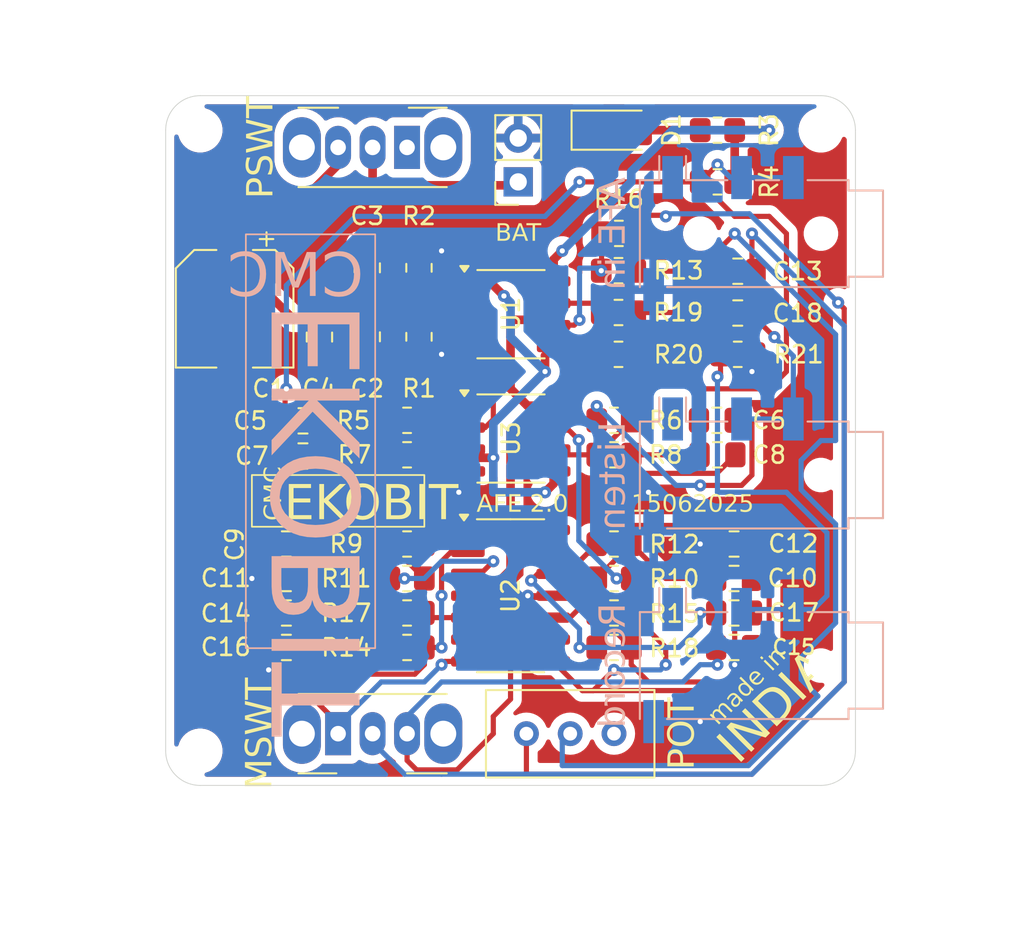
<source format=kicad_pcb>
(kicad_pcb (version 20240108) (generator "pcbnew") (generator_version "8.0")
  (title_block (title "PCB Design of CMC EKOBIT") (date "2025-06-13") (rev "1.0") (company "Shreenandan Sahu"))
  (layers (0 "F.Cu" signal) (31 "B.Cu" power) (34 "B.Paste" user) (35 "F.Paste" user) (36 "B.SilkS" user "B.Silkscreen") (37 "F.SilkS" user "F.Silkscreen") (38 "B.Mask" user) (39 "F.Mask" user) (44 "Edge.Cuts" user))
  (net 0 "")
  (net 1 "FSignal")
  (net 2 "GND")
  (net 3 "+5V")
  (net 4 "Net-(U2A-+)")
  (net 5 "Signal")
  (net 6 "Net-(C6-Pad2)")
  (net 7 "Net-(C8-Pad2)")
  (net 8 "Net-(C9-Pad2)")
  (net 9 "Heart")
  (net 10 "Net-(U3A--)")
  (net 11 "Net-(C10-Pad2)")
  (net 12 "Net-(C15-Pad2)")
  (net 13 "Lungs")
  (net 14 "Net-(U3B--)")
  (net 15 "Net-(D1-A)")
  (net 16 "switch")
  (net 17 "2.5V")
  (net 18 "Net-(SW1-B)")
  (net 21 "Net-(U1A-+)")
  (net 22 "Net-(C5-Pad2)")
  (net 23 "Net-(C7-Pad2)")
  (net 24 "Net-(U2A--)")
  (net 25 "Net-(U2C--)")
  (net 26 "Net-(U2C-+)")
  (net 27 "Net-(C13-Pad2)")
  (net 28 "Net-(C14-Pad2)")
  (net 29 "Net-(U2B-+)")
  (net 30 "Net-(U2D-+)")
  (net 31 "Net-(C18-Pad1)")
  (net 32 "Net-(J5-PadR1)")
  (net 35 "Net-(R10-Pad1)")
  (net 36 "Net-(U1B--)")
  (net 37 "Net-(R16-Pad2)")
  (footprint "Package_SO:SOIC-8_3.9x4.9mm_P1.27mm" (layer "F.Cu") (at 140.025 96.88375)
    (property "Reference" "U3")
    (property "Value" "NE5532")
  )
  (footprint "Resistor_SMD:R_0805_2012Metric_Pad1.20x1.40mm_HandSolder" (layer "F.Cu") (at 152 79 180)
    (property "Reference" "R3")
    (property "Value" "1K")
  )
  (footprint "Capacitor_SMD:C_0805_2012Metric_Pad1.18x1.45mm_HandSolder" (layer "F.Cu") (at 153.176708 87.179702 180)
    (property "Reference" "C13")
    (property "Value" "10uF")
  )
  (footprint "Button_Switch_THT:SW_Slide_SPDT_Angled_CK_OS102011MA1Q" (layer "F.Cu") (at 134 80 180)
    (property "Reference" "PSWT")
    (property "Value" "PSWT")
  )
  (footprint "Resistor_SMD:R_0805_2012Metric_Pad1.20x1.40mm_HandSolder" (layer "F.Cu") (at 152 82)
    (property "Reference" "R4")
    (property "Value" "1K")
  )
  (footprint "Resistor_SMD:R_0805_2012Metric_Pad1.20x1.40mm_HandSolder" (layer "F.Cu") (at 153.176708 92)
    (property "Reference" "R21")
    (property "Value" "10K")
  )
  (footprint "Resistor_SMD:R_0805_2012Metric_Pad1.20x1.40mm_HandSolder" (layer "F.Cu") (at 146.2602 92)
    (property "Reference" "R20")
    (property "Value" "10K")
  )
  (footprint "Capacitor_SMD:C_0805_2012Metric_Pad1.18x1.45mm_HandSolder" (layer "F.Cu") (at 128.916705 91 -90)
    (property "Reference" "C4")
    (property "Value" "100nF")
  )
  (footprint "Resistor_SMD:R_0805_2012Metric_Pad1.20x1.40mm_HandSolder" (layer "F.Cu") (at 134 107)
    (property "Reference" "R17")
    (property "Value" "1M")
  )
  (footprint "Resistor_SMD:R_0805_2012Metric_Pad1.20x1.40mm_HandSolder" (layer "F.Cu") (at 146 109 180)
    (property "Reference" "R18")
    (property "Value" "1M")
  )
  (footprint "Connector_PinSocket_2.54mm:PinSocket_1x02_P2.54mm_Vertical" (layer "F.Cu") (at 140.444205 82 180)
    (property "Reference" "BAT")
    (property "Value" "PWR")
  )
  (footprint "Capacitor_SMD:C_0805_2012Metric_Pad1.18x1.45mm_HandSolder" (layer "F.Cu") (at 127.9625 95.8575)
    (property "Reference" "C5")
    (property "Value" "100nF")
  )
  (footprint "Capacitor_SMD:C_0805_2012Metric_Pad1.18x1.45mm_HandSolder" (layer "F.Cu") (at 127.959904 97.897058 180)
    (property "Reference" "C7")
    (property "Value" "220pF")
  )
  (footprint "Button_Switch_THT:SW_Slide_SPDT_Angled_CK_OS102011MA1Q" (layer "F.Cu") (at 130 114)
    (property "Reference" "MSWT")
    (property "Value" "Op Mode")
  )
  (footprint "Capacitor_SMD:C_0805_2012Metric_Pad1.18x1.45mm_HandSolder" (layer "F.Cu") (at 131.689494 90.983425 90)
    (property "Reference" "C2")
    (property "Value" "100nF")
  )
  (footprint "Resistor_SMD:R_0805_2012Metric_Pad1.20x1.40mm_HandSolder" (layer "F.Cu") (at 134 103 180)
    (property "Reference" "R9")
    (property "Value" "1M")
  )
  (footprint "Resistor_SMD:R_0805_2012Metric_Pad1.20x1.40mm_HandSolder" (layer "F.Cu") (at 146 103 180)
    (property "Reference" "R12")
    (property "Value" "1M")
  )
  (footprint "Resistor_SMD:R_0805_2012Metric_Pad1.20x1.40mm_HandSolder" (layer "F.Cu") (at 134 97.8275)
    (property "Reference" "R7")
    (property "Value" "1M")
  )
  (footprint "Resistor_SMD:R_0805_2012Metric_Pad1.20x1.40mm_HandSolder" (layer "F.Cu") (at 134 105 180)
    (property "Reference" "R11")
    (property "Value" "1M")
  )
  (footprint "Potentiometer_THT:Potentiometer_Bourns_3296W_Vertical" (layer "F.Cu") (at 146 114)
    (property "Reference" "POT")
    (property "Value" "10K pot")
  )
  (footprint "Capacitor_SMD:C_0805_2012Metric_Pad1.18x1.45mm_HandSolder" (layer "F.Cu") (at 131.689494 86.983425 90)
    (property "Reference" "C3")
    (property "Value" "100nF")
  )
  (footprint "Package_SO:SOIC-14_3.9x8.7mm_P1.27mm" (layer "F.Cu") (at 140 106)
    (property "Reference" "U2")
    (property "Value" "TL074")
  )
  (footprint "Resistor_SMD:R_0805_2012Metric_Pad1.20x1.40mm_HandSolder" (layer "F.Cu") (at 134 95.8275)
    (property "Reference" "R5")
    (property "Value" "47K")
  )
  (footprint "MountingHole:MountingHole_2.1mm" (layer "F.Cu") (at 122 115)
    (property "Reference" "H4" (hide yes))
    (property "Value" "MountingHole" (hide yes))
  )
  (footprint "Capacitor_SMD:C_0805_2012Metric_Pad1.18x1.45mm_HandSolder" (layer "F.Cu") (at 127 105 180)
    (property "Reference" "C11")
    (property "Value" "220pF")
  )
  (footprint "Resistor_SMD:R_0805_2012Metric_Pad1.20x1.40mm_HandSolder" (layer "F.Cu") (at 146.281109 84.987783)
    (property "Reference" "R16")
    (property "Value" "20K")
  )
  (footprint "Resistor_SMD:R_0805_2012Metric_Pad1.20x1.40mm_HandSolder" (layer "F.Cu") (at 146 97.8275)
    (property "Reference" "R8")
    (property "Value" "1M")
  )
  (footprint "Capacitor_SMD:C_0805_2012Metric_Pad1.18x1.45mm_HandSolder" (layer "F.Cu") (at 152.9625 107)
    (property "Reference" "C17")
    (property "Value" "82pF")
  )
  (footprint "MountingHole:MountingHole_2.1mm" (layer "F.Cu") (at 122 79)
    (property "Reference" "H1" (hide yes))
    (property "Value" "MountingHole" (hide yes))
  )
  (footprint "Capacitor_SMD:C_0805_2012Metric_Pad1.18x1.45mm_HandSolder" (layer "F.Cu") (at 127 103)
    (property "Reference" "C9")
    (property "Value" "220pF")
  )
  (footprint "Capacitor_SMD:C_0805_2012Metric_Pad1.18x1.45mm_HandSolder" (layer "F.Cu") (at 152 97.8275 180)
    (property "Reference" "C8")
    (property "Value" "82pF")
  )
  (footprint "Capacitor_SMD:C_0805_2012Metric_Pad1.18x1.45mm_HandSolder" (layer "F.Cu") (at 153.176708 89.604851)
    (property "Reference" "C18")
    (property "Value" "10uF")
  )
  (footprint "MountingHole:MountingHole_2.1mm" (layer "F.Cu") (at 158 79)
    (property "Reference" "H2" (hide yes))
    (property "Value" "MountingHole" (hide yes))
  )
  (footprint "Resistor_SMD:R_0805_2012Metric_Pad1.20x1.40mm_HandSolder" (layer "F.Cu") (at 146 95.8275)
    (property "Reference" "R6")
    (property "Value" "47K")
  )
  (footprint "Resistor_SMD:R_0805_2012Metric_Pad1.20x1.40mm_HandSolder" (layer "F.Cu") (at 134.689494 90.983425 90)
    (property "Reference" "R1")
    (property "Value" "100K")
  )
  (footprint "Capacitor_SMD:C_0805_2012Metric_Pad1.18x1.45mm_HandSolder" (layer "F.Cu") (at 152.9625 103 180)
    (property "Reference" "C12")
    (property "Value" "82pF")
  )
  (footprint "Resistor_SMD:R_0805_2012Metric_Pad1.20x1.40mm_HandSolder" (layer "F.Cu") (at 146.2602 89.574851)
    (property "Reference" "R19")
    (property "Value" "100")
  )
  (footprint "Package_SO:SOIC-8_3.9x4.9mm_P1.27mm" (layer "F.Cu") (at 140.025 89.6725)
    (property "Reference" "U1")
    (property "Value" "NE5532")
  )
  (footprint "Resistor_SMD:R_0805_2012Metric_Pad1.20x1.40mm_HandSolder" (layer "F.Cu") (at 146 105 180)
    (property "Reference" "R10")
    (property "Value" "1M")
  )
  (footprint "LED_SMD:LED_1206_3216Metric_Pad1.42x1.75mm_HandSolder" (layer "F.Cu") (at 146 79)
    (property "Reference" "D1")
    (property "Value" "LED")
  )
  (footprint "Resistor_SMD:R_0805_2012Metric_Pad1.20x1.40mm_HandSolder" (layer "F.Cu") (at 146 107 180)
    (property "Reference" "R15")
    (property "Value" "1M")
  )
  (footprint "Capacitor_SMD:C_0805_2012Metric_Pad1.18x1.45mm_HandSolder" (layer "F.Cu") (at 152.9625 105 180)
    (property "Reference" "C10")
    (property "Value" "82pF")
  )
  (footprint "Resistor_SMD:R_0805_2012Metric_Pad1.20x1.40mm_HandSolder" (layer "F.Cu") (at 134 109)
    (property "Reference" "R14")
    (property "Value" "1M")
  )
  (footprint "Capacitor_SMD:C_0805_2012Metric_Pad1.18x1.45mm_HandSolder" (layer "F.Cu") (at 152.9625 109)
    (property "Reference" "C15")
    (property "Value" "82pF")
  )
  (footprint "Capacitor_SMD:CP_Elec_6.3x5.4" (layer "F.Cu") (at 124 89.358818 -90)
    (property "Reference" "C1")
    (property "Value" "47uF")
  )
  (footprint "Resistor_SMD:R_0805_2012Metric_Pad1.20x1.40mm_HandSolder" (layer "F.Cu") (at 134.689494 86.983425 90)
    (property "Reference" "R2")
    (property "Value" "100K")
  )
  (footprint "Capacitor_SMD:C_0805_2012Metric_Pad1.18x1.45mm_HandSolder" (layer "F.Cu") (at 151.9625 95.8275)
    (property "Reference" "C6")
    (property "Value" "47nF")
  )
  (footprint "Capacitor_SMD:C_0805_2012Metric_Pad1.18x1.45mm_HandSolder" (layer "F.Cu") (at 127 107)
    (property "Reference" "C14")
    (property "Value" "220pF")
  )
  (footprint "MountingHole:MountingHole_2.1mm" (layer "F.Cu") (at 158 115)
    (property "Reference" "H3" (hide yes))
    (property "Value" "MountingHole" (hide yes))
  )
  (footprint "Capacitor_SMD:C_0805_2012Metric_Pad1.18x1.45mm_HandSolder" (layer "F.Cu") (at 127 109 180)
    (property "Reference" "C16")
    (property "Value" "220pF")
  )
  (footprint "Resistor_SMD:R_0805_2012Metric_Pad1.20x1.40mm_HandSolder" (layer "F.Cu") (at 146.2602 87.149702 180)
    (property "Reference" "R13")
    (property "Value" "20K")
  )
  (footprint "Connector_Audio:Jack_3.5mm_PJ320D_Horizontal" (layer "B.Cu") (at 153.225 99 180)
    (property "Reference" "Listen")
    (property "Value" "HeadPhone")
  )
  (footprint "Connector_Audio:Jack_3.5mm_PJ320D_Horizontal" (layer "B.Cu") (at 153.225 110.05 180)
    (property "Reference" "Record")
    (property "Value" "Record")
  )
  (footprint "Connector_Audio:Jack_3.5mm_PJ320D_Horizontal" (layer "B.Cu") (at 153.225 85 180)
    (property "Reference" "AFE in")
    (property "Value" "AFE In")
  )
  (gr_rect (start 124.649999 85.041413) (end 132.149999 109.041413) (stroke (width 0.1)) (fill none) (layer "B.SilkS"))
  (gr_rect (start 125 99) (end 135 102) (stroke (width 0.1)) (fill none) (layer "F.SilkS"))
  (gr_arc (start 160 115) (mid 159.414214 116.414214) (end 158 117) (stroke (width 0.05)) (layer "Edge.Cuts"))
  (gr_arc (start 122 117) (mid 120.585786 116.414214) (end 120 115) (stroke (width 0.05)) (layer "Edge.Cuts"))
  (gr_arc (start 158 77) (mid 159.414214 77.585786) (end 160 79) (stroke (width 0.05)) (layer "Edge.Cuts"))
  (gr_arc (start 120 79) (mid 120.585786 77.585786) (end 122 77) (stroke (width 0.05)) (layer "Edge.Cuts"))
  (gr_line (start 120 79) (end 120 115) (stroke (width 0.05)) (layer "Edge.Cuts"))
  (gr_line (start 160 115) (end 160 79) (stroke (width 0.05)) (layer "Edge.Cuts"))
  (gr_line (start 122 117) (end 158 117) (stroke (width 0.05)) (layer "Edge.Cuts"))
  (gr_line (start 158 77) (end 122 77) (stroke (width 0.05)) (layer "Edge.Cuts"))
  (gr_text "CMC" (at 131.482344 89.041413 0) (layer "B.SilkS") (effects (font (size 2.5 2.5)) (justify left bottom mirror)))
  (gr_text "EKOBIT" (at 132.091606 88.885394 90) (layer "B.SilkS") (effects (font (size 5 5)) (justify left bottom mirror)))
  (gr_text "15062025" (at 147 101.3 0) (layer "F.SilkS") (effects (font (size 1 1) (thickness 0.15) (italic yes)) (justify left bottom)))
  (gr_text "INDIA" (at 153.422836 116.073515 45) (layer "F.SilkS") (effects (font (size 2 2)) (justify left bottom)))
  (gr_text "CMC" (at 126.864788 101.655544 90) (layer "F.SilkS") (effects (font (size 1 1)) (justify left bottom)))
  (gr_text "made in" (at 152.123508 113.674545 45) (layer "F.SilkS") (effects (font (size 1 1)) (justify left bottom)))
  (gr_text "EKOBIT" (at 126.865018 101.900243 0) (layer "F.SilkS") (effects (font (size 2 2)) (justify left bottom)))
  (gr_text "AFE 2.0" (at 138.028071 101.3 0) (layer "F.SilkS") (effects (font (size 1 1)) (justify left bottom)))
  (segment (start 146.444889 90.815311) (end 153.003748 90.815311) (width 0.3) (layer "F.Cu") (net 1))
  (segment (start 155.3 91) (end 154.214208 89.914208) (width 0.3) (layer "F.Cu") (net 1))
  (segment (start 154.214208 89.914208) (end 154.214208 89.604851) (width 0.3) (layer "F.Cu") (net 1))
  (segment (start 145.2602 92) (end 146.444889 90.815311) (width 0.3) (layer "F.Cu") (net 1))
  (segment (start 153.003748 90.815311) (end 154.214208 89.604851) (width 0.3) (layer "F.Cu") (net 1))
  (via (at 155.3 91) (size 0.7) (drill 0.3) (layers "F.Cu" "B.Cu") (net 1))
  (segment (start 156.4 92.1) (end 156.4 95.75) (width 0.3) (layer "B.Cu") (net 1))
  (segment (start 156.4 95.75) (end 153.4 95.75) (width 0.3) (layer "B.Cu") (net 1))
  (segment (start 155.3 91) (end 156.4 92.1) (width 0.3) (layer "B.Cu") (net 1))
  (segment (start 137.55 98.78875) (end 137.55 99.45) (width 0.3) (layer "F.Cu") (net 2))
  (segment (start 125.97102 110.3) (end 125.9625 110.29148) (width 0.3) (layer "F.Cu") (net 2))
  (segment (start 137.55 91.5775) (end 136.4225 91.5775) (width 0.3) (layer "F.Cu") (net 2))
  (segment (start 135.983425 85.983425) (end 136 86) (width 0.3) (layer "F.Cu") (net 2))
  (segment (start 125.9625 105) (end 125 105) (width 0.3) (layer "F.Cu") (net 2))
  (segment (start 136.4225 91.5775) (end 136 92) (width 0.3) (layer "F.Cu") (net 2))
  (segment (start 134.689494 85.983425) (end 135.983425 85.983425) (width 0.3) (layer "F.Cu") (net 2))
  (segment (start 153.4125 107) (end 153 107.4125) (width 0.3) (layer "F.Cu") (net 2))
  (segment (start 151.925 103) (end 152 103) (width 0.3) (layer "F.Cu") (net 2))
  (segment (start 153 107.4125) (end 153 110) (width 0.3) (layer "F.Cu") (net 2))
  (segment (start 152 103) (end 151 103) (width 0.3) (layer "F.Cu") (net 2))
  (segment (start 154 107) (end 153.4125 107) (width 0.3) (layer "F.Cu") (net 2))
  (segment (start 154.176708 92.823292) (end 154 93) (width 0.3) (layer "F.Cu") (net 2))
  (segment (start 125.9625 110.29148) (end 125.9625 109) (width 0.3) (layer "F.Cu") (net 2))
  (segment (start 137.55 99.45) (end 137 100) (width 0.3) (layer "F.Cu") (net 2))
  (segment (start 154.176708 92) (end 154.176708 92.823292) (width 0.3) (layer "F.Cu") (net 2))
  (segment (start 142.475 106) (end 141 106) (width 0.3) (layer "F.Cu") (net 2))
  (via (at 141 106) (size 0.7) (drill 0.3) (layers "F.Cu" "B.Cu") (net 2))
  (via (at 137 100) (size 0.7) (drill 0.3) (layers "F.Cu" "B.Cu") (net 2))
  (via (at 154 93) (size 0.7) (drill 0.3) (layers "F.Cu" "B.Cu") (net 2))
  (via (at 125.97102 110.3) (size 0.7) (drill 0.3) (layers "F.Cu" "B.Cu") (net 2))
  (via (at 151 103) (size 0.7) (drill 0.3) (layers "F.Cu" "B.Cu") (net 2))
  (via (at 136 86) (size 0.7) (drill 0.3) (layers "F.Cu" "B.Cu") (net 2))
  (via (at 148 100) (size 0.7) (drill 0.3) (layers "F.Cu" "B.Cu") (net 2))
  (via (at 136 92) (size 0.7) (drill 0.3) (layers "F.Cu" "B.Cu") (net 2))
  (via (at 125 105) (size 0.7) (drill 0.3) (layers "F.Cu" "B.Cu") (net 2))
  (via (at 151 113.3) (size 0.7) (drill 0.3) (layers "F.Cu" "B.Cu") (net 2))
  (via (at 153 110) (size 0.7) (drill 0.3) (layers "F.Cu" "B.Cu") (net 2))
  (segment (start 148.3 102.25) (end 148.3 100.3) (width 0.3) (layer "B.Cu") (net 2))
  (segment (start 148.3 100.3) (end 148 100) (width 0.3) (layer "B.Cu") (net 2))
  (segment (start 151 113.3) (end 148.3 113.3) (width 0.3) (layer "B.Cu") (net 2))
  (segment (start 142.5 87.7675) (end 142.5 86.5) (width 0.5) (layer "F.Cu") (net 3))
  (segment (start 141.525001 94.97875) (end 140 96.503751) (width 0.5) (layer "F.Cu") (net 3))
  (segment (start 141 90) (end 140 90) (width 0.5) (layer "F.Cu") (net 3))
  (segment (start 124.441182 86.558818) (end 124 86.558818) (width 0.5) (layer "F.Cu") (net 3))
  (segment (start 130 81) (end 124.441182 86.558818) (width 0.5) (layer "F.Cu") (net 3))
  (segment (start 142.5 94.97875) (end 140.97875 94.97875) (width 0.5) (layer "F.Cu") (net 3))
  (segment (start 128.916705 89.9625) (end 129.631069 89.9625) (width 0.5) (layer "F.Cu") (net 3))
  (segment (start 140 96.503751) (end 140 104.499999) (width 0.5) (layer "F.Cu") (net 3))
  (segment (start 153 79) (end 153 82) (width 0.5) (layer "F.Cu") (net 3))
  (segment (start 141.2325 87.7675) (end 141 88) (width 0.5) (layer "F.Cu") (net 3))
  (segment (start 127.403682 89.9625) (end 128.916705 89.9625) (width 0.5) (layer "F.Cu") (net 3))
  (segment (start 124 86.558818) (end 127.403682 89.9625) (width 0.5) (layer "F.Cu") (net 3))
  (segment (start 142.5 86.5) (end 143 86) (width 0.5) (layer "F.Cu") (net 3))
  (segment (start 135.706069 93) (end 134.689494 91.983425) (width 0.5) (layer "F.Cu") (net 3))
  (segment (start 129.631069 89.9625) (end 131.689494 92.020925) (width 0.5) (layer "F.Cu") (net 3))
  (segment (start 131.689494 92.020925) (end 134.651994 92.020925) (width 0.5) (layer "F.Cu") (net 3))
  (segment (start 142.5 94.97875) (end 141.525001 94.97875) (width 0.5) (layer "F.Cu") (net 3))
  (segment (start 134.651994 92.020925) (end 134.689494 91.983425) (width 0.5) (layer "F.Cu") (net 3))
  (segment (start 140.97875 94.97875) (end 140 94) (width 0.5) (layer "F.Cu") (net 3))
  (segment (start 140 104.499999) (end 138.499999 106) (width 0.5) (layer "F.Cu") (net 3))
  (segment (start 138.499999 106) (end 137.525 106) (width 0.5) (layer "F.Cu") (net 3))
  (segment (start 142.5 87.7675) (end 141.2325 87.7675) (width 0.5) (layer "F.Cu") (net 3))
  (segment (start 130 80) (end 130 81) (width 0.5) (layer "F.Cu") (net 3))
  (segment (start 140 90) (end 140 94) (width 0.5) (layer "F.Cu") (net 3))
  (segment (start 155 79) (end 153 79) (width 0.5) (layer "F.Cu") (net 3))
  (segment (start 139 93) (end 135.706069 93) (width 0.5) (layer "F.Cu") (net 3))
  (segment (start 140.97875 94.97875) (end 139 93) (width 0.5) (layer "F.Cu") (net 3))
  (segment (start 141 88) (end 141 90) (width 0.5) (layer "F.Cu") (net 3))
  (via (at 155 79) (size 0.7) (drill 0.3) (layers "F.Cu" "B.Cu") (net 3))
  (via (at 143 86) (size 0.7) (drill 0.3) (layers "F.Cu" "B.Cu") (net 3))
  (segment (start 143 86) (end 147 82) (width 0.5) (layer "B.Cu") (net 3))
  (segment (start 153 79) (end 155 79) (width 0.5) (layer "B.Cu") (net 3))
  (segment (start 149.4 79) (end 153 79) (width 0.5) (layer "B.Cu") (net 3))
  (segment (start 147 81.4) (end 149.4 79) (width 0.5) (layer "B.Cu") (net 3))
  (segment (start 147 82) (end 147 81.4) (width 0.5) (layer "B.Cu") (net 3))
  (segment (start 139 104) (end 138.27 104.73) (width 0.3) (layer "F.Cu") (net 4))
  (segment (start 133 105) (end 133.85 105) (width 0.3) (layer "F.Cu") (net 4))
  (segment (start 138.27 104.73) (end 137.525 104.73) (width 0.3) (layer "F.Cu") (net 4))
  (segment (start 133 105) (end 128.0375 105) (width 0.3) (layer "F.Cu") (net 4))
  (via (at 139 104) (size 0.7) (drill 0.3) (layers "F.Cu" "B.Cu") (net 4))
  (via (at 133.85 105) (size 0.7) (drill 0.3) (layers "F.Cu" "B.Cu") (net 4))
  (segment (start 135 105) (end 136 104) (width 0.3) (layer "B.Cu") (net 4))
  (segment (start 136 104) (end 139 104) (width 0.3) (layer "B.Cu") (net 4))
  (segment (start 133.85 105) (end 135 105) (width 0.3) (layer "B.Cu") (net 4))
  (segment (start 151 82) (end 144 82) (width 0.3) (layer "F.Cu") (net 5))
  (segment (start 156 85) (end 156 93) (width 0.3) (layer "F.Cu") (net 5))
  (segment (start 155 94) (end 151 94) (width 0.3) (layer "F.Cu") (net 5))
  (segment (start 152 81) (end 151 82) (width 0.3) (layer "F.Cu") (net 5))
  (segment (start 155 84) (end 156 85) (width 0.3) (layer "F.Cu") (net 5))
  (segment (start 151 82) (end 153 84) (width 0.3) (layer "F.Cu") (net 5))
  (segment (start 151 94) (end 151 95.7525) (width 0.3) (layer "F.Cu") (net 5))
  (segment (start 127 95.7825) (end 126.925 95.8575) (width 0.3) (layer "F.Cu") (net 5))
  (segment (start 156 93) (end 155 94) (width 0.3) (layer "F.Cu") (net 5))
  (segment (start 126.925 94.075) (end 127 94) (width 0.3) (layer "F.Cu") (net 5))
  (segment (start 126.925 95.8575) (end 126.925 94.075) (width 0.3) (layer "F.Cu") (net 5))
  (segment (start 153 84) (end 155 84) (width 0.3) (layer "F.Cu") (net 5))
  (via (at 152 81) (size 0.7) (drill 0.3) (layers "F.Cu" "B.Cu") (net 5))
  (via (at 127 94) (size 0.7) (drill 0.3) (layers "F.Cu" "B.Cu") (net 5))
  (via (at 144 82) (size 0.7) (drill 0.3) (layers "F.Cu" "B.Cu") (net 5))
  (segment (start 153.4 81.75) (end 152.75 81.75) (width 0.3) (layer "B.Cu") (net 5))
  (segment (start 144 82) (end 142 84) (width 0.3) (layer "B.Cu") (net 5))
  (segment (start 142 84) (end 131 84) (width 0.3) (layer "B.Cu") (net 5))
  (segment (start 131 84) (end 127 88) (width 0.3) (layer "B.Cu") (net 5))
  (segment (start 153.4 81.75) (end 156.4 81.75) (width 0.3) (layer "B.Cu") (net 5))
  (segment (start 127 88) (end 127 94) (width 0.3) (layer "B.Cu") (net 5))
  (segment (start 152.75 81.75) (end 152 81) (width 0.3) (layer "B.Cu") (net 5))
  (segment (start 154 96) (end 153.1725 96) (width 0.3) (layer "F.Cu") (net 6))
  (segment (start 145 95.8275) (end 145 95) (width 0.3) (layer "F.Cu") (net 6))
  (segment (start 154 99) (end 154 96) (width 0.3) (layer "F.Cu") (net 6))
  (segment (start 151 99.6025) (end 153.3975 99.6025) (width 0.3) (layer "F.Cu") (net 6))
  (segment (start 153.3975 99.6025) (end 154 99) (width 0.3) (layer "F.Cu") (net 6))
  (segment (start 153.1725 96) (end 153 95.8275) (width 0.3) (layer "F.Cu") (net 6))
  (via (at 145 95) (size 0.7) (drill 0.3) (layers "F.Cu" "B.Cu") (net 6))
  (via (at 151 99.6025) (size 0.7) (drill 0.3) (layers "F.Cu" "B.Cu") (net 6))
  (segment (start 145 95) (end 149.6025 99.6025) (width 0.3) (layer "B.Cu") (net 6))
  (segment (start 149.6025 99.6025) (end 151 99.6025) (width 0.3) (layer "B.Cu") (net 6))
  (segment (start 150.9625 97.8275) (end 147 97.8275) (width 0.3) (layer "F.Cu") (net 7))
  (segment (start 133 103) (end 135 105) (width 0.3) (layer "F.Cu") (net 8))
  (segment (start 128.0375 103) (end 133 103) (width 0.3) (layer "F.Cu") (net 8))
  (segment (start 127.60061 111) (end 130 113.39939) (width 0.3) (layer "F.Cu") (net 9))
  (segment (start 125 111) (end 127.60061 111) (width 0.3) (layer "F.Cu") (net 9))
  (segment (start 137.525 109.81) (end 136.19 109.81) (width 0.3) (layer "F.Cu") (net 9))
  (segment (start 125.9625 107) (end 125 107) (width 0.3) (layer "F.Cu") (net 9))
  (segment (start 136.19 109.81) (end 136 110) (width 0.3) (layer "F.Cu") (net 9))
  (segment (start 137.525 108.54) (end 137.525 109.81) (width 0.3) (layer "F.Cu") (net 9))
  (segment (start 130 113.39939) (end 130 114) (width 0.3) (layer "F.Cu") (net 9))
  (segment (start 125 107) (end 125 111) (width 0.3) (layer "F.Cu") (net 9))
  (via (at 136 110) (size 0.7) (drill 0.3) (layers "F.Cu" "B.Cu") (net 9))
  (segment (start 130 113.5) (end 130 114) (width 0.3) (layer "B.Cu") (net 9))
  (segment (start 132.5 111) (end 130 113.5) (width 0.3) (layer "B.Cu") (net 9))
  (segment (start 136 110) (end 135 111) (width 0.3) (layer "B.Cu") (net 9))
  (segment (start 135 111) (end 132.5 111) (width 0.3) (layer "B.Cu") (net 9))
  (segment (start 139 94.742488) (end 138.257512 94) (width 0.3) (layer "F.Cu") (net 10))
  (segment (start 138.524999 96.24875) (end 139 95.773749) (width 0.3) (layer "F.Cu") (net 10))
  (segment (start 138.257512 94) (end 136.8275 94) (width 0.3) (layer "F.Cu") (net 10))
  (segment (start 137.55 96.24875) (end 138.524999 96.24875) (width 0.3) (layer "F.Cu") (net 10))
  (segment (start 128.997404 97.897058) (end 129.096962 97.7975) (width 0.3) (layer "F.Cu") (net 10))
  (segment (start 133 97.8275) (end 135 95.8275) (width 0.3) (layer "F.Cu") (net 10))
  (segment (start 139 95.773749) (end 139 94.742488) (width 0.3) (layer "F.Cu") (net 10))
  (segment (start 129.096962 97.7975) (end 132.97 97.7975) (width 0.3) (layer "F.Cu") (net 10))
  (segment (start 132.97 97.7975) (end 133 97.8275) (width 0.3) (layer "F.Cu") (net 10))
  (segment (start 136.8275 94) (end 135 95.8275) (width 0.3) (layer "F.Cu") (net 10))
  (segment (start 145 105) (end 147 103) (width 0.3) (layer "F.Cu") (net 11))
  (segment (start 149 105) (end 151.925 105) (width 0.3) (layer "F.Cu") (net 11))
  (segment (start 147 103) (end 149 105) (width 0.3) (layer "F.Cu") (net 11))
  (segment (start 154 109) (end 154 110) (width 0.3) (layer "F.Cu") (net 12))
  (segment (start 147 110) (end 147 109) (width 0.3) (layer "F.Cu") (net 12))
  (segment (start 148 111) (end 147 110) (width 0.3) (layer "F.Cu") (net 12))
  (segment (start 154 110) (end 153 111) (width 0.3) (layer "F.Cu") (net 12))
  (segment (start 153 111) (end 148 111) (width 0.3) (layer "F.Cu") (net 12))
  (segment (start 147 109) (end 145 107) (width 0.3) (layer "F.Cu") (net 12))
  (segment (start 139 114) (end 136.9 116.1) (width 0.3) (layer "F.Cu") (net 13))
  (segment (start 140 112) (end 139 113) (width 0.3) (layer "F.Cu") (net 13))
  (segment (start 140.6 104.748527) (end 140 105.348527) (width 0.3) (layer "F.Cu") (net 13))
  (segment (start 151.925 109) (end 151.925 109.925) (width 0.3) (layer "F.Cu") (net 13))
  (segment (start 142.475 102.19) (end 142.475 103.46) (width 0.3) (layer "F.Cu") (net 13))
  (segment (start 134.55 116.1) (end 134 115.55) (width 0.3) (layer "F.Cu") (net 13))
  (segment (start 139 113) (end 139 114) (width 0.3) (layer "F.Cu") (net 13))
  (segment (start 142.475 103.46) (end 141.500001 103.46) (width 0.3) (layer "F.Cu") (net 13))
  (segment (start 136.9 116.1) (end 134.55 116.1) (width 0.3) (layer "F.Cu") (net 13))
  (segment (start 140 105.348527) (end 140 112) (width 0.3) (layer "F.Cu") (net 13))
  (segment (start 151.925 109.925) (end 152 110) (width 0.3) (layer "F.Cu") (net 13))
  (segment (start 140.6 104.360001) (end 140.6 104.748527) (width 0.3) (layer "F.Cu") (net 13))
  (segment (start 134 115.55) (end 134 114) (width 0.3) (layer "F.Cu") (net 13))
  (segment (start 141.500001 103.46) (end 140.6 104.360001) (width 0.3) (layer "F.Cu") (net 13))
  (via (at 152 110) (size 0.7) (drill 0.3) (layers "F.Cu" "B.Cu") (net 13))
  (segment (start 136 111) (end 134 113) (width 0.3) (layer "B.Cu") (net 13))
  (segment (start 134 113) (end 134 114) (width 0.3) (layer "B.Cu") (net 13))
  (segment (start 150 111) (end 136 111) (width 0.3) (layer "B.Cu") (net 13))
  (segment (start 151 110) (end 150 111) (width 0.3) (layer "B.Cu") (net 13))
  (segment (start 152 110) (end 151 110) (width 0.3) (layer "B.Cu") (net 13))
  (segment (start 145 97.8275) (end 146.075 98.9025) (width 0.3) (layer "F.Cu") (net 14))
  (segment (start 142.80875 97.8275) (end 145 97.8275) (width 0.3) (layer "F.Cu") (net 14))
  (segment (start 147 95.8275) (end 145 97.8275) (width 0.3) (layer "F.Cu") (net 14))
  (segment (start 142.5 97.51875) (end 142.80875 97.8275) (width 0.3) (layer "F.Cu") (net 14))
  (segment (start 151.9625 98.9025) (end 153.0375 97.8275) (width 0.3) (layer "F.Cu") (net 14))
  (segment (start 146.075 98.9025) (end 151.9625 98.9025) (width 0.3) (layer "F.Cu") (net 14))
  (segment (start 147.4875 79) (end 151 79) (width 0.5) (layer "F.Cu") (net 15))
  (segment (start 140.444205 82) (end 140.244205 82.2) (width 0.5) (layer "F.Cu") (net 16))
  (segment (start 132.2 82.2) (end 132 82) (width 0.5) (layer "F.Cu") (net 16))
  (segment (start 132 82) (end 132 80) (width 0.5) (layer "F.Cu") (net 16))
  (segment (start 140.244205 82.2) (end 132.2 82.2) (width 0.5) (layer "F.Cu") (net 16))
  (segment (start 138.03125 98) (end 137.55 97.51875) (width 0.5) (layer "F.Cu") (net 17))
  (segment (start 142.5 98.78875) (end 142.5 99.5) (width 0.5) (layer "F.Cu") (net 17))
  (segment (start 142 93) (end 142 92.0775) (width 0.5) (layer "F.Cu") (net 17))
  (segment (start 142.5 99.5) (end 142 100) (width 0.5) (layer "F.Cu") (net 17))
  (segment (start 138.767502 87.7675) (end 139.615921 88.615919) (width 0.5) (layer "F.Cu") (net 17))
  (segment (start 142 92.0775) (end 142.5 91.5775) (width 0.5) (layer "F.Cu") (net 17))
  (segment (start 139 98) (end 138.03125 98) (width 0.5) (layer "F.Cu") (net 17))
  (segment (start 137.55 87.7675) (end 137.55 89.0375) (width 0.5) (layer "F.Cu") (net 17))
  (segment (start 137.55 87.7675) (end 138.767502 87.7675) (width 0.5) (layer "F.Cu") (net 17))
  (via (at 139.615921 88.615919) (size 0.7) (drill 0.3) (layers "F.Cu" "B.Cu") (net 17))
  (via (at 142 93) (size 0.7) (drill 0.3) (layers "F.Cu" "B.Cu") (net 17))
  (via (at 139 98) (size 0.7) (drill 0.3) (layers "F.Cu" "B.Cu") (net 17))
  (via (at 142 100) (size 0.7) (drill 0.3) (layers "F.Cu" "B.Cu") (net 17))
  (segment (start 140 91) (end 140 89) (width 0.5) (layer "B.Cu") (net 17))
  (segment (start 139.615921 88.615921) (end 139.615921 88.615919) (width 0.5) (layer "B.Cu") (net 17))
  (segment (start 139 100) (end 139 98) (width 0.5) (layer "B.Cu") (net 17))
  (segment (start 142 100) (end 139 100) (width 0.5) (layer "B.Cu") (net 17))
  (segment (start 140 89) (end 139.615921 88.615921) (width 0.5) (layer "B.Cu") (net 17))
  (segment (start 139 96) (end 142 93) (width 0.5) (layer "B.Cu") (net 17))
  (segment (start 142 93) (end 140 91) (width 0.5) (layer "B.Cu") (net 17))
  (segment (start 139 98) (end 139 96) (width 0.5) (layer "B.Cu") (net 17))
  (segment (start 154 85) (end 154 86.965494) (width 0.3) (layer "F.Cu") (net 18))
  (segment (start 154 86.965494) (end 154.214208 87.179702) (width 0.3) (layer "F.Cu") (net 18))
  (via (at 154 85) (size 0.7) (drill 0.3) (layers "F.Cu" "B.Cu") (net 18))
  (segment (start 133.85 116.35) (end 136 116.35) (width 0.3) (layer "B.Cu") (net 18))
  (segment (start 159 90) (end 154 85) (width 0.3) (layer "B.Cu") (net 18))
  (segment (start 159.35 111) (end 159.35 90.35) (width 0.3) (layer "B.Cu") (net 18))
  (segment (start 154 116.35) (end 159.35 111) (width 0.3) (layer "B.Cu") (net 18))
  (segment (start 136 116.35) (end 154 116.35) (width 0.3) (layer "B.Cu") (net 18))
  (segment (start 159.35 90.35) (end 159 90) (width 0.3) (layer "B.Cu") (net 18))
  (segment (start 132 114) (end 132 114.5) (width 0.3) (layer "B.Cu") (net 18))
  (segment (start 132 114.5) (end 133.85 116.35) (width 0.3) (layer "B.Cu") (net 18))
  (segment (start 131.689494 88.020925) (end 134.651994 88.020925) (width 0.3) (layer "F.Cu") (net 21))
  (segment (start 134.689494 87.983425) (end 134.689494 89.983425) (width 0.3) (layer "F.Cu") (net 21))
  (segment (start 135.013569 90.3075) (end 134.689494 89.983425) (width 0.3) (layer "F.Cu") (net 21))
  (segment (start 137.55 90.3075) (end 135.013569 90.3075) (width 0.3) (layer "F.Cu") (net 21))
  (segment (start 131.726994 89.983425) (end 131.689494 89.945925) (width 0.3) (layer "F.Cu") (net 21))
  (segment (start 131.689494 88.020925) (end 131.689494 89.945925) (width 0.3) (layer "F.Cu") (net 21))
  (segment (start 134.651994 88.020925) (end 134.689494 87.983425) (width 0.3) (layer "F.Cu") (net 21))
  (segment (start 134.689494 89.983425) (end 131.726994 89.983425) (width 0.3) (layer "F.Cu") (net 21))
  (segment (start 132.97 95.8575) (end 133 95.8275) (width 0.3) (layer "F.Cu") (net 22))
  (segment (start 129 95.8575) (end 132.97 95.8575) (width 0.3) (layer "F.Cu") (net 22))
  (segment (start 135 97.8275) (end 135 103) (width 0.3) (layer "F.Cu") (net 23))
  (segment (start 136 96.8275) (end 135 97.8275) (width 0.3) (layer "F.Cu") (net 23))
  (segment (start 133.8275 99) (end 135 97.8275) (width 0.3) (layer "F.Cu") (net 23))
  (segment (start 136 95.553751) (end 136 96.8275) (width 0.3) (layer "F.Cu") (net 23))
  (segment (start 136.575001 94.97875) (end 136 95.553751) (width 0.3) (layer "F.Cu") (net 23))
  (segment (start 126.925 97.7975) (end 128.1275 99) (width 0.3) (layer "F.Cu") (net 23))
  (segment (start 128.1275 99) (end 133.8275 99) (width 0.3) (layer "F.Cu") (net 23))
  (segment (start 137.55 94.97875) (end 136.575001 94.97875) (width 0.3) (layer "F.Cu") (net 23))
  (segment (start 135 109) (end 136 109) (width 0.3) (layer "F.Cu") (net 24))
  (segment (start 125.9625 103) (end 127.1 104.1375) (width 0.3) (layer "F.Cu") (net 24))
  (segment (start 134.45 110.55) (end 135 110) (width 0.3) (layer "F.Cu") (net 24))
  (segment (start 137.525 102.19) (end 137.525 103.46) (width 0.3) (layer "F.Cu") (net 24))
  (segment (start 127.919544 110.55) (end 134.45 110.55) (width 0.3) (layer "F.Cu") (net 24))
  (segment (start 136.550001 103.46) (end 137.525 103.46) (width 0.3) (layer "F.Cu") (net 24))
  (segment (start 136 106) (end 136 104.010001) (width 0.3) (layer "F.Cu") (net 24))
  (segment (start 127.1 104.1375) (end 127.1 109.730456) (width 0.3) (layer "F.Cu") (net 24))
  (segment (start 135 110) (end 135 109) (width 0.3) (layer "F.Cu") (net 24))
  (segment (start 127.1 109.730456) (end 127.919544 110.55) (width 0.3) (layer "F.Cu") (net 24))
  (segment (start 136 104.010001) (end 136.550001 103.46) (width 0.3) (layer "F.Cu") (net 24))
  (via (at 136 106) (size 0.7) (drill 0.3) (layers "F.Cu" "B.Cu") (net 24))
  (via (at 136 109) (size 0.7) (drill 0.3) (layers "F.Cu" "B.Cu") (net 24))
  (segment (start 136 109) (end 136 106) (width 0.3) (layer "B.Cu") (net 24))
  (segment (start 147 107) (end 149 109) (width 0.3) (layer "F.Cu") (net 25))
  (segment (start 144.8 111.5) (end 144.165 111.5) (width 0.3) (layer "F.Cu") (net 25))
  (segment (start 144.165 111.5) (end 153.5 111.5) (width 0.3) (layer "F.Cu") (net 25))
  (segment (start 149 109) (end 149 110) (width 0.3) (layer "F.Cu") (net 25))
  (segment (start 155 105) (end 154 105) (width 0.3) (layer "F.Cu") (net 25))
  (segment (start 142.475 109.81) (end 142.475 108.54) (width 0.3) (layer "F.Cu") (net 25))
  (segment (start 155 110) (end 155 105) (width 0.3) (layer "F.Cu") (net 25))
  (segment (start 153.5 111.5) (end 155 110) (width 0.3) (layer "F.Cu") (net 25))
  (segment (start 142.475 109.81) (end 144.165 111.5) (width 0.3) (layer "F.Cu") (net 25))
  (segment (start 146 110.3) (end 144.8 111.5) (width 0.3) (layer "F.Cu") (net 25))
  (via (at 146 110.3) (size 0.7) (drill 0.3) (layers "F.Cu" "B.Cu") (net 25))
  (via (at 149 110) (size 0.7) (drill 0.3) (layers "F.Cu" "B.Cu") (net 25))
  (segment (start 149 110) (end 148.7 110.3) (width 0.3) (layer "B.Cu") (net 25))
  (segment (start 148.7 110.3) (end 146 110.3) (width 0.3) (layer "B.Cu") (net 25))
  (segment (start 142.475 107.27) (end 143.449999 107.27) (width 0.3) (layer "F.Cu") (net 26))
  (segment (start 154 103) (end 152.925 101.925) (width 0.3) (layer "F.Cu") (net 26))
  (segment (start 144 104) (end 145 103) (width 0.3) (layer "F.Cu") (net 26))
  (segment (start 144 106.719999) (end 144 104) (width 0.3) (layer "F.Cu") (net 26))
  (segment (start 146.075 101.925) (end 145 103) (width 0.3) (layer "F.Cu") (net 26))
  (segment (start 152.925 101.925) (end 146.075 101.925) (width 0.3) (layer "F.Cu") (net 26))
  (segment (start 143.449999 107.27) (end 144 106.719999) (width 0.3) (layer "F.Cu") (net 26))
  (segment (start 152.139208 85.860792) (end 153 85) (width 0.3) (layer "F.Cu") (net 27))
  (segment (start 147.8902 87.179702) (end 152.139208 87.179702) (width 0.3) (layer "F.Cu") (net 27))
  (segment (start 147.2602 87.149702) (end 147.8602 87.149702) (width 0.3) (layer "F.Cu") (net 27))
  (segment (start 147.8602 87.149702) (end 147.8902 87.179702) (width 0.3) (layer "F.Cu") (net 27))
  (segment (start 152.139208 87.179702) (end 152.139208 85.860792) (width 0.3) (layer "F.Cu") (net 27))
  (via (at 153 85) (size 0.7) (drill 0.3) (layers "F.Cu" "B.Cu") (net 27))
  (segment (start 143 115.85) (end 143 114.46) (width 0.3) (layer "B.Cu") (net 27))
  (segment (start 156.85 99.85) (end 158.85 101.85) (width 0.3) (layer "B.Cu") (net 27))
  (segment (start 158 97) (end 156.85 98.15) (width 0.3) (layer "B.Cu") (net 27))
  (segment (start 143 114.46) (end 143.46 114) (width 0.3) (layer "B.Cu") (net 27))
  (segment (start 153.792894 115.85) (end 143 115.85) (width 0.3) (layer "B.Cu") (net 27))
  (segment (start 158.85 97) (end 158 97) (width 0.3) (layer "B.Cu") (net 27))
  (segment (start 156.85 109.573654) (end 156.85 110.85) (width 0.3) (layer "B.Cu") (net 27))
  (segment (start 158.85 90.85) (end 158.85 97) (width 0.3) (layer "B.Cu") (net 27))
  (segment (start 156.85 98.15) (end 156.85 99.85) (width 0.3) (layer "B.Cu") (net 27))
  (segment (start 158.85 107.573654) (end 156.85 109.573654) (width 0.3) (layer "B.Cu") (net 27))
  (segment (start 157.821447 111.821447) (end 153.792894 115.85) (width 0.3) (layer "B.Cu") (net 27))
  (segment (start 153 85) (end 158.85 90.85) (width 0.3) (layer "B.Cu") (net 27))
  (segment (start 156.85 110.85) (end 157.821447 111.821447) (width 0.3) (layer "B.Cu") (net 27))
  (segment (start 158.85 101.85) (end 158.85 107.573654) (width 0.3) (layer "B.Cu") (net 27))
  (segment (start 128.0375 107) (end 133 107) (width 0.3) (layer "F.Cu") (net 28))
  (segment (start 133 109) (end 133 107) (width 0.3) (layer "F.Cu") (net 28))
  (segment (start 137.525 107.27) (end 135.27 107.27) (width 0.3) (layer "F.Cu") (net 29))
  (segment (start 133.95 109.705456) (end 133.95 108.05) (width 0.3) (layer "F.Cu") (net 29))
  (segment (start 129.0875 110.05) (end 133.605456 110.05) (width 0.3) (layer "F.Cu") (net 29))
  (segment (start 135.27 107.27) (end 135 107) (width 0.3) (layer "F.Cu") (net 29))
  (segment (start 133.605456 110.05) (end 133.95 109.705456) (width 0.3) (layer "F.Cu") (net 29))
  (segment (start 133.95 108.05) (end 135 107) (width 0.3) (layer "F.Cu") (net 29))
  (segment (start 128.0375 109) (end 129.0875 110.05) (width 0.3) (layer "F.Cu") (net 29))
  (segment (start 151 107) (end 151.925 107) (width 0.3) (layer "F.Cu") (net 30))
  (segment (start 141.583632 104.73) (end 141.192749 105.120883) (width 0.3) (layer "F.Cu") (net 30))
  (segment (start 144 109) (end 145 109) (width 0.3) (layer "F.Cu") (net 30))
  (segment (start 142.475 104.73) (end 141.583632 104.73) (width 0.3) (layer "F.Cu") (net 30))
  (via (at 151 107) (size 0.7) (drill 0.3) (layers "F.Cu" "B.Cu") (net 30))
  (via (at 144 109) (size 0.7) (drill 0.3) (layers "F.Cu" "B.Cu") (net 30))
  (via (at 141.192749 105.120883) (size 0.7) (drill 0.3) (layers "F.Cu" "B.Cu") (net 30))
  (segment (start 144 109) (end 149.75 109) (width 0.3) (layer "B.Cu") (net 30))
  (segment (start 149.75 109) (end 151 107.75) (width 0.3) (layer "B.Cu") (net 30))
  (segment (start 141.192749 105.120883) (end 144 107.928134) (width 0.3) (layer "B.Cu") (net 30))
  (segment (start 144 107.928134) (end 144 109) (width 0.3) (layer "B.Cu") (net 30))
  (segment (start 151 107.75) (end 151 107) (width 0.3) (layer "B.Cu") (net 30))
  (segment (start 147.2602 89.574851) (end 152.109208 89.574851) (width 0.3) (layer "F.Cu") (net 31))
  (segment (start 152.109208 89.574851) (end 152.139208 89.604851) (width 0.3) (layer "F.Cu") (net 31))
  (segment (start 147.2602 92) (end 152.176708 92) (width 0.3) (layer "F.Cu") (net 32))
  (segment (start 152.176708 93.123292) (end 152.176708 92) (width 0.3) (layer "F.Cu") (net 32))
  (segment (start 152 93.3) (end 152.176708 93.123292) (width 0.3) (layer "F.Cu") (net 32))
  (via (at 152 93.3) (size 0.7) (drill 0.3) (layers "F.Cu" "B.Cu") (net 32))
  (segment (start 157.55 106.8) (end 156.4 106.8) (width 0.3) (layer "B.Cu") (net 32))
  (segment (start 152 100) (end 156 100) (width 0.3) (layer "B.Cu") (net 32))
  (segment (start 152 93.3) (end 152 100) (width 0.3) (layer "B.Cu") (net 32))
  (segment (start 156.4 106.8) (end 153.4 106.8) (width 0.3) (layer "B.Cu") (net 32))
  (segment (start 158.35 102.35) (end 158.35 106) (width 0.3) (layer "B.Cu") (net 32))
  (segment (start 156 100) (end 158.35 102.35) (width 0.3) (layer "B.Cu") (net 32))
  (segment (start 158.35 106) (end 157.55 106.8) (width 0.3) (layer "B.Cu") (net 32))
  (segment (start 143.958716 96.972117) (end 143.235349 96.24875) (width 0.3) (layer "F.Cu") (net 35))
  (segment (start 143.235349 96.24875) (end 142.5 96.24875) (width 0.3) (layer "F.Cu") (net 35))
  (segment (start 147 105) (end 146.15 105) (width 0.3) (layer "F.Cu") (net 35))
  (via (at 143.958716 96.972117) (size 0.7) (drill 0.3) (layers "F.Cu" "B.Cu") (net 35))
  (via (at 146.15 105) (size 0.7) (drill 0.3) (layers "F.Cu" "B.Cu") (net 35))
  (segment (start 143.958716 102.808716) (end 143.958716 96.972117) (width 0.3) (layer "B.Cu") (net 35))
  (segment (start 146.15 105) (end 143.958716 102.808716) (width 0.3) (layer "B.Cu") (net 35))
  (segment (start 141 116.35) (end 140.92 116.27) (width 0.3) (layer "F.Cu") (net 36))
  (segment (start 146.331109 83.937783) (end 148.937783 83.937783) (width 0.3) (layer "F.Cu") (net 36))
  (segment (start 159.35 111) (end 154 116.35) (width 0.3) (layer "F.Cu") (net 36))
  (segment (start 145.281109 87.128793) (end 145.2602 87.149702) (width 0.3) (layer "F.Cu") (net 36))
  (segment (start 145.281109 84.987783) (end 145.281109 87.128793) (width 0.3) (layer "F.Cu") (net 36))
  (segment (start 159 89) (end 159.35 89.35) (width 0.3) (layer "F.Cu") (net 36))
  (segment (start 159.35 89.35) (end 159.35 111) (width 0.3) (layer "F.Cu") (net 36))
  (segment (start 143.6925 90.3075) (end 144 90) (width 0.3) (layer "F.Cu") (net 36))
  (segment (start 148.937783 83.937783) (end 149 84) (width 0.3) (layer "F.Cu") (net 36))
  (segment (start 142.5 90.3075) (end 143.6925 90.3075) (width 0.3) (layer "F.Cu") (net 36))
  (segment (start 140.92 116.27) (end 140.92 114) (width 0.3) (layer "F.Cu") (net 36))
  (segment (start 145.281109 84.987783) (end 146.331109 83.937783) (width 0.3) (layer "F.Cu") (net 36))
  (segment (start 154 116.35) (end 141 116.35) (width 0.3) (layer "F.Cu") (net 36))
  (via (at 149 84) (size 0.7) (drill 0.3) (layers "F.Cu" "B.Cu") (net 36))
  (via (at 159 89) (size 0.7) (drill 0.3) (layers "F.Cu" "B.Cu") (net 36))
  (via (at 145.2602 87.149702) (size 0.7) (drill 0.3) (layers "F.Cu" "B.Cu") (net 36))
  (via (at 144 90) (size 0.7) (drill 0.3) (layers "F.Cu" "B.Cu") (net 36))
  (segment (start 145.110498 87) (end 145.2602 87.149702) (width 0.3) (layer "B.Cu") (net 36))
  (segment (start 153.85 83.85) (end 159 89) (width 0.3) (layer "B.Cu") (net 36))
  (segment (start 149.15 83.85) (end 153.85 83.85) (width 0.3) (layer "B.Cu") (net 36))
  (segment (start 144 87) (end 145.110498 87) (width 0.3) (layer "B.Cu") (net 36))
  (segment (start 144 90) (end 144 87) (width 0.3) (layer "B.Cu") (net 36))
  (segment (start 149 84) (end 149.15 83.85) (width 0.3) (layer "B.Cu") (net 36))
  (segment (start 146.3102 85.958692) (end 146.3102 88.524851) (width 0.3) (layer "F.Cu") (net 37))
  (segment (start 142.5 89.0375) (end 144.722849 89.0375) (width 0.3) (layer "F.Cu") (net 37))
  (segment (start 147.281109 84.987783) (end 146.3102 85.958692) (width 0.3) (layer "F.Cu") (net 37))
  (segment (start 144.722849 89.0375) (end 145.2602 89.574851) (width 0.3) (layer "F.Cu") (net 37))
  (segment (start 146.3102 88.524851) (end 145.2602 89.574851) (width 0.3) (layer "F.Cu") (net 37))
  (zone (net 2) (net_name "GND") (layer "F.Cu") (priority 1) (connect_pads (clearance 0.5)) (min_thickness 0.25) (fill yes (thermal_gap 0.5) (thermal_bridge_width 0.5))
    (polygon (pts (xy 157 77) (xy 160 80) (xy 160 114) (xy 156 117) (xy 122 117) (xy 120 114) (xy 120 79) (xy 122 76.9)))
  )
  (zone (net 2) (net_name "GND") (layer "B.Cu") (connect_pads (clearance 0.5)) (min_thickness 0.25) (fill yes (thermal_gap 0.5) (thermal_bridge_width 0.5))
    (polygon (pts (xy 120 79) (xy 122 77) (xy 158 77) (xy 160.1 79) (xy 160 114) (xy 156 117) (xy 122 117) (xy 120 114)))
  )
)
</source>
